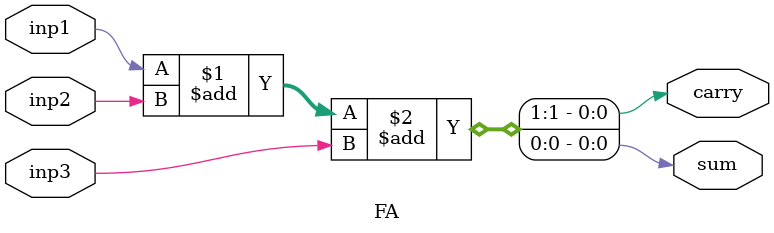
<source format=v>
`timescale 1ns / 1ps
module FA(
output sum,carry,
input inp1,inp2,inp3
    );
assign {carry,sum}=inp1+inp2+inp3;

endmodule

</source>
